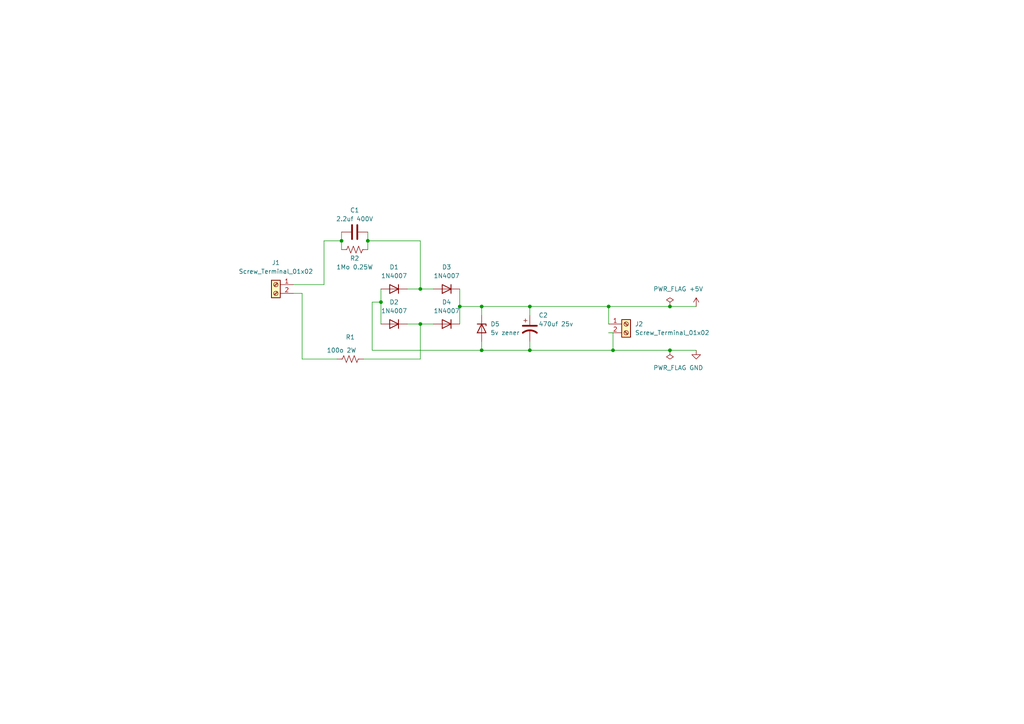
<source format=kicad_sch>
(kicad_sch (version 20211123) (generator eeschema)
  (paper "A4")
  (lib_symbols
    (symbol "Connector:Screw_Terminal_01x02" (pin_names (offset 1.016) hide)
      (property "Reference" "J" (at 0 2.54 0))
      (property "Value" "Screw_Terminal_01x02" (at 0 -5.08 0))
      (symbol "Screw_Terminal_01x02_1_1"
        (rectangle (start -1.27 1.27) (end 1.27 -3.81) (stroke (width 0.254)) (fill (type background)))
        (circle (center 0 -2.54) (radius 0.635) (stroke (width 0.1524)))
        (polyline (pts (xy -0.5334 -2.2098) (xy 0.3302 -3.048)) (stroke (width 0.1524)))
        (polyline (pts (xy -0.5334 0.3302) (xy 0.3302 -0.508)) (stroke (width 0.1524)))
        (polyline (pts (xy -0.3556 -2.032) (xy 0.508 -2.8702)) (stroke (width 0.1524)))
        (polyline (pts (xy -0.3556 0.508) (xy 0.508 -0.3302)) (stroke (width 0.1524)))
        (circle (center 0 0) (radius 0.635) (stroke (width 0.1524)))
        (pin passive line (at -5.08 0 0) (length 3.81) (name "Pin_1") (number "1"))
        (pin passive line (at -5.08 -2.54 0) (length 3.81) (name "Pin_2") (number "2"))
      )
    )
    (symbol "Device:C" (pin_numbers hide) (pin_names (offset 0.254))
      (property "Reference" "C" (at 0.635 2.54 0))
      (property "Value" "C" (at 0.635 -2.54 0))
      (symbol "C_0_1"
        (polyline (pts (xy -2.032 -0.762) (xy 2.032 -0.762)) (stroke (width 0.508)))
        (polyline (pts (xy -2.032 0.762) (xy 2.032 0.762)) (stroke (width 0.508)))
      )
      (symbol "C_1_1"
        (pin passive line (at 0 3.81 270) (length 2.794) (name "~") (number "1"))
        (pin passive line (at 0 -3.81 90) (length 2.794) (name "~") (number "2"))
      )
    )
    (symbol "Device:C_Polarized_US" (pin_numbers hide) (pin_names (offset 0.254) hide)
      (property "Reference" "C" (at 0.635 2.54 0))
      (property "Value" "C_Polarized_US" (at 0.635 -2.54 0))
      (symbol "C_Polarized_US_0_1"
        (polyline (pts (xy -2.032 0.762) (xy 2.032 0.762)) (stroke (width 0.508)))
        (polyline (pts (xy -1.778 2.286) (xy -0.762 2.286)))
        (polyline (pts (xy -1.27 1.778) (xy -1.27 2.794)))
        (arc (start 2.032 -1.27) (mid 0 -0.5572) (end -2.032 -1.27) (stroke (width 0.508)))
      )
      (symbol "C_Polarized_US_1_1"
        (pin passive line (at 0 3.81 270) (length 2.794) (name "~") (number "1"))
        (pin passive line (at 0 -3.81 90) (length 3.302) (name "~") (number "2"))
      )
    )
    (symbol "Device:D_Zener" (pin_numbers hide) (pin_names (offset 1.016) hide)
      (property "Reference" "D" (at 0 2.54 0))
      (property "Value" "D_Zener" (at 0 -2.54 0))
      (symbol "D_Zener_0_1"
        (polyline (pts (xy 1.27 0) (xy -1.27 0)))
        (polyline (pts (xy -1.27 -1.27) (xy -1.27 1.27) (xy -0.762 1.27)) (stroke (width 0.254)))
        (polyline (pts (xy 1.27 -1.27) (xy 1.27 1.27) (xy -1.27 0) (xy 1.27 -1.27)) (stroke (width 0.254)))
      )
      (symbol "D_Zener_1_1"
        (pin passive line (at -3.81 0 0) (length 2.54) (name "K") (number "1"))
        (pin passive line (at 3.81 0 180) (length 2.54) (name "A") (number "2"))
      )
    )
    (symbol "Device:R_US" (pin_numbers hide) (pin_names (offset 0))
      (property "Reference" "R" (at 2.54 0 90))
      (property "Value" "R_US" (at -2.54 0 90))
      (symbol "R_US_0_1"
        (polyline (pts (xy 0 -2.286) (xy 0 -2.54)))
        (polyline (pts (xy 0 2.286) (xy 0 2.54)))
        (polyline (pts (xy 0 -0.762) (xy 1.016 -1.143) (xy 0 -1.524) (xy -1.016 -1.905) (xy 0 -2.286)))
        (polyline (pts (xy 0 0.762) (xy 1.016 0.381) (xy 0 0) (xy -1.016 -0.381) (xy 0 -0.762)))
        (polyline (pts (xy 0 2.286) (xy 1.016 1.905) (xy 0 1.524) (xy -1.016 1.143) (xy 0 0.762)))
      )
      (symbol "R_US_1_1"
        (pin passive line (at 0 3.81 270) (length 1.27) (name "~") (number "1"))
        (pin passive line (at 0 -3.81 90) (length 1.27) (name "~") (number "2"))
      )
    )
    (symbol "Diode:1N4007" (pin_numbers hide) (pin_names (offset 1.016) hide)
      (property "Reference" "D" (at 0 2.54 0))
      (property "Value" "1N4007" (at 0 -2.54 0))
      (symbol "1N4007_0_1"
        (polyline (pts (xy -1.27 1.27) (xy -1.27 -1.27)) (stroke (width 0.254)))
        (polyline (pts (xy 1.27 0) (xy -1.27 0)))
        (polyline (pts (xy 1.27 1.27) (xy 1.27 -1.27) (xy -1.27 0) (xy 1.27 1.27)) (stroke (width 0.254)))
      )
      (symbol "1N4007_1_1"
        (pin passive line (at -3.81 0 0) (length 2.54) (name "K") (number "1"))
        (pin passive line (at 3.81 0 180) (length 2.54) (name "A") (number "2"))
      )
    )
    (symbol "power:+5V" (power) (pin_names (offset 0))
      (property "Value" "+5V" (at 0 3.556 0))
      (symbol "+5V_0_1"
        (polyline (pts (xy -0.762 1.27) (xy 0 2.54)))
        (polyline (pts (xy 0 0) (xy 0 2.54)))
        (polyline (pts (xy 0 2.54) (xy 0.762 1.27)))
      )
      (symbol "+5V_1_1"
        (pin power_in line (at 0 0 90) (length 0) hide (name "+5V") (number "1"))
      )
    )
    (symbol "power:GND" (power) (pin_names (offset 0))
      (property "Value" "GND" (at 0 -3.81 0))
      (symbol "GND_0_1"
        (polyline (pts (xy 0 0) (xy 0 -1.27) (xy 1.27 -1.27) (xy 0 -2.54) (xy -1.27 -1.27) (xy 0 -1.27)))
      )
      (symbol "GND_1_1"
        (pin power_in line (at 0 0 270) (length 0) hide (name "GND") (number "1"))
      )
    )
    (symbol "power:PWR_FLAG" (power) (pin_numbers hide) (pin_names (offset 0) hide)
      (property "Value" "PWR_FLAG" (at 0 3.81 0))
      (symbol "PWR_FLAG_0_0"
        (pin power_out line (at 0 0 90) (length 0) (name "pwr") (number "1"))
      )
      (symbol "PWR_FLAG_0_1"
        (polyline (pts (xy 0 0) (xy 0 1.27) (xy -1.016 1.905) (xy 0 2.54) (xy 1.016 1.905) (xy 0 1.27)))
      )
    )
  )
  (junction (at 133.35 88.9))
  (junction (at 121.92 83.82))
  (junction (at 177.8 101.6))
  (junction (at 139.7 101.6))
  (junction (at 139.7 88.9))
  (junction (at 153.67 101.6))
  (junction (at 153.67 88.9))
  (junction (at 121.92 93.98))
  (junction (at 194.31 101.6))
  (junction (at 99.06 69.85))
  (junction (at 106.68 69.85))
  (junction (at 194.31 88.9))
  (junction (at 176.53 88.9))
  (junction (at 110.49 87.63))
  (wire (pts (xy 133.35 88.9) (xy 139.7 88.9)))
  (wire (pts (xy 121.92 83.82) (xy 125.73 83.82)))
  (wire (pts (xy 176.53 88.9) (xy 194.31 88.9)))
  (wire (pts (xy 133.35 83.82) (xy 133.35 88.9)))
  (wire (pts (xy 105.41 104.14) (xy 121.92 104.14)))
  (wire (pts (xy 106.68 69.85) (xy 121.92 69.85)))
  (wire (pts (xy 139.7 101.6) (xy 153.67 101.6)))
  (wire (pts (xy 177.8 96.52) (xy 177.8 101.6)))
  (wire (pts (xy 107.95 101.6) (xy 139.7 101.6)))
  (wire (pts (xy 99.06 69.85) (xy 99.06 72.39)))
  (wire (pts (xy 194.31 88.9) (xy 201.93 88.9)))
  (wire (pts (xy 110.49 83.82) (xy 110.49 87.63)))
  (wire (pts (xy 99.06 67.31) (xy 99.06 69.85)))
  (wire (pts (xy 176.53 96.52) (xy 177.8 96.52)))
  (wire (pts (xy 153.67 88.9) (xy 176.53 88.9)))
  (wire (pts (xy 106.68 67.31) (xy 106.68 69.85)))
  (wire (pts (xy 153.67 88.9) (xy 153.67 91.44)))
  (wire (pts (xy 106.68 69.85) (xy 106.68 72.39)))
  (wire (pts (xy 87.63 104.14) (xy 97.79 104.14)))
  (wire (pts (xy 93.98 82.55) (xy 93.98 69.85)))
  (wire (pts (xy 194.31 101.6) (xy 201.93 101.6)))
  (wire (pts (xy 93.98 69.85) (xy 99.06 69.85)))
  (wire (pts (xy 139.7 88.9) (xy 153.67 88.9)))
  (wire (pts (xy 133.35 88.9) (xy 133.35 93.98)))
  (wire (pts (xy 118.11 93.98) (xy 121.92 93.98)))
  (wire (pts (xy 176.53 88.9) (xy 176.53 93.98)))
  (wire (pts (xy 87.63 85.09) (xy 85.09 85.09)))
  (wire (pts (xy 153.67 101.6) (xy 177.8 101.6)))
  (wire (pts (xy 110.49 87.63) (xy 110.49 93.98)))
  (wire (pts (xy 121.92 93.98) (xy 125.73 93.98)))
  (wire (pts (xy 85.09 82.55) (xy 93.98 82.55)))
  (wire (pts (xy 121.92 104.14) (xy 121.92 93.98)))
  (wire (pts (xy 139.7 99.06) (xy 139.7 101.6)))
  (wire (pts (xy 118.11 83.82) (xy 121.92 83.82)))
  (wire (pts (xy 121.92 69.85) (xy 121.92 83.82)))
  (wire (pts (xy 177.8 101.6) (xy 194.31 101.6)))
  (wire (pts (xy 153.67 99.06) (xy 153.67 101.6)))
  (wire (pts (xy 107.95 87.63) (xy 107.95 101.6)))
  (wire (pts (xy 139.7 88.9) (xy 139.7 91.44)))
  (wire (pts (xy 87.63 85.09) (xy 87.63 104.14)))
  (wire (pts (xy 110.49 87.63) (xy 107.95 87.63)))
  (symbol (lib_id "power:PWR_FLAG") (at 194.31 101.6 180) (unit 1)
    (property "Reference" "#FLG0102" (effects hide))
    (property "Value" "PWR_FLAG" (at 194.31 106.68 0))
  )
  (symbol (lib_id "Device:C_Polarized_US") (at 153.67 95.25 0) (unit 1)
    (property "Reference" "C2" (at 156.21 91.44 0) (effects (justify left)))
    (property "Value" "470uf 25v" (at 156.21 93.98 0) (effects (justify left)))
    (property "Footprint" "Capacitor_THT:CP_Radial_D10.0mm_P5.00mm" (effects hide))
  )
  (symbol (lib_id "Diode:1N4007") (at 129.54 83.82 180) (unit 1)
    (property "Reference" "D3" (at 129.54 77.47 0))
    (property "Value" "1N4007" (at 129.54 80.01 0))
    (property "Footprint" "Diode_THT:D_A-405_P7.62mm_Horizontal" (effects hide))
    (property "Datasheet" "http://www.vishay.com/docs/88503/1n4001.pdf" (effects hide))
  )
  (symbol (lib_id "power:PWR_FLAG") (at 194.31 88.9 0) (unit 1)
    (property "Reference" "#FLG0101" (effects hide))
    (property "Value" "PWR_FLAG" (at 194.31 83.82 0))
  )
  (symbol (lib_id "Diode:1N4007") (at 129.54 93.98 180) (unit 1)
    (property "Reference" "D4" (at 129.54 87.63 0))
    (property "Value" "1N4007" (at 129.54 90.17 0))
    (property "Footprint" "Diode_THT:D_A-405_P7.62mm_Horizontal" (effects hide))
    (property "Datasheet" "http://www.vishay.com/docs/88503/1n4001.pdf" (effects hide))
  )
  (symbol (lib_id "Connector:Screw_Terminal_01x02") (at 80.01 82.55 0) (mirror y) (unit 1)
    (property "Reference" "J1" (at 80.01 76.2 0))
    (property "Value" "Screw_Terminal_01x02" (at 80.01 78.74 0))
    (property "Footprint" "TerminalBlock:TerminalBlock_bornier-2_P5.08mm" (effects hide))
  )
  (symbol (lib_id "Device:D_Zener") (at 139.7 95.25 270) (unit 1)
    (property "Reference" "D5" (at 142.24 93.9799 90) (effects (justify left)))
    (property "Value" "5v zener" (at 142.24 96.5199 90) (effects (justify left)))
    (property "Footprint" "Diode_THT:D_A-405_P7.62mm_Horizontal" (effects hide))
  )
  (symbol (lib_id "Diode:1N4007") (at 114.3 93.98 180) (unit 1)
    (property "Reference" "D2" (at 114.3 87.63 0))
    (property "Value" "1N4007" (at 114.3 90.17 0))
    (property "Footprint" "Diode_THT:D_A-405_P7.62mm_Horizontal" (effects hide))
    (property "Datasheet" "http://www.vishay.com/docs/88503/1n4001.pdf" (effects hide))
  )
  (symbol (lib_id "power:GND") (at 201.93 101.6 0) (unit 1)
    (property "Reference" "#PWR02" (effects hide))
    (property "Value" "GND" (at 201.93 106.68 0))
  )
  (symbol (lib_id "power:+5V") (at 201.93 88.9 0) (unit 1)
    (property "Reference" "#PWR01" (effects hide))
    (property "Value" "+5V" (at 201.93 83.82 0))
  )
  (symbol (lib_id "Connector:Screw_Terminal_01x02") (at 181.61 93.98 0) (unit 1)
    (property "Reference" "J2" (at 184.15 93.9799 0) (effects (justify left)))
    (property "Value" "Screw_Terminal_01x02" (at 184.15 96.5199 0) (effects (justify left)))
    (property "Footprint" "TerminalBlock:TerminalBlock_bornier-2_P5.08mm" (effects hide))
  )
  (symbol (lib_id "Device:R_US") (at 102.87 72.39 90) (unit 1)
    (property "Reference" "R2" (at 102.87 74.93 90))
    (property "Value" "1Mo 0.25W" (at 102.87 77.47 90))
    (property "Footprint" "Resistor_THT:R_Axial_DIN0207_L6.3mm_D2.5mm_P10.16mm_Horizontal" (effects hide))
  )
  (symbol (lib_id "Device:C") (at 102.87 67.31 90) (unit 1)
    (property "Reference" "C1" (at 102.87 60.96 90))
    (property "Value" "2.2uf 400V" (at 102.87 63.5 90))
    (property "Footprint" "Capacitor_THT:C_Rect_L24.0mm_W8.6mm_P22.50mm_MKT" (effects hide))
  )
  (symbol (lib_id "Device:R_US") (at 101.6 104.14 90) (unit 1)
    (property "Reference" "R1" (at 101.6 97.79 90))
    (property "Value" "100o 2W" (at 99.06 101.6 90))
    (property "Footprint" "Resistor_THT:R_Axial_DIN0614_L14.3mm_D5.7mm_P20.32mm_Horizontal" (effects hide))
  )
  (symbol (lib_id "Diode:1N4007") (at 114.3 83.82 180) (unit 1)
    (property "Reference" "D1" (at 114.3 77.47 0))
    (property "Value" "1N4007" (at 114.3 80.01 0))
    (property "Footprint" "Diode_THT:D_A-405_P7.62mm_Horizontal" (effects hide))
    (property "Datasheet" "http://www.vishay.com/docs/88503/1n4001.pdf" (effects hide))
  )
)
</source>
